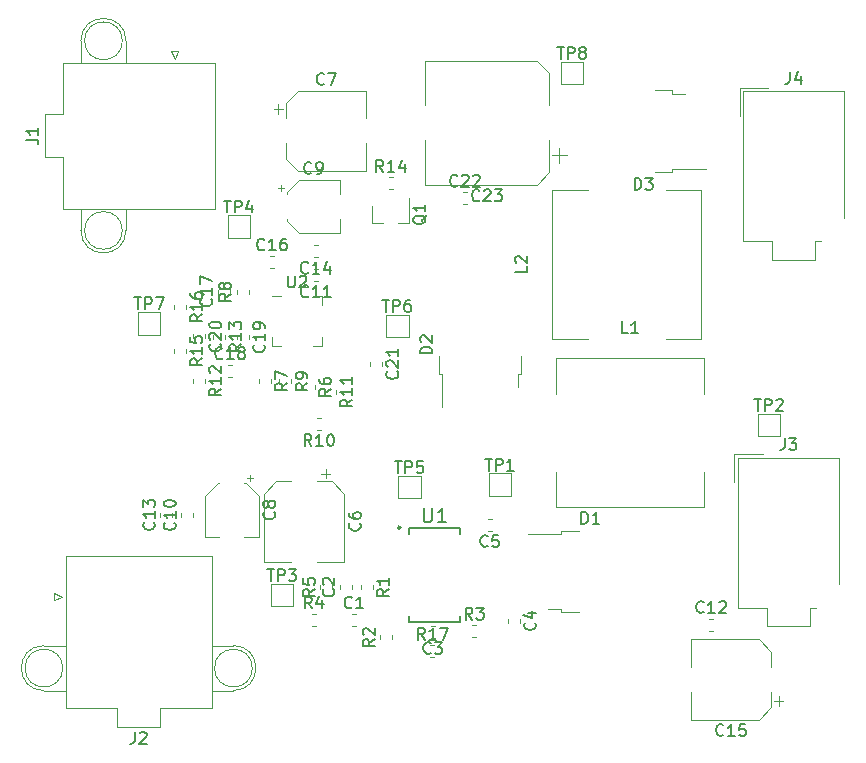
<source format=gto>
G04 #@! TF.GenerationSoftware,KiCad,Pcbnew,5.1.4-e60b266~84~ubuntu16.04.1*
G04 #@! TF.CreationDate,2019-09-26T20:17:56+05:30*
G04 #@! TF.ProjectId,sick_kinect_powerBoard,7369636b-5f6b-4696-9e65-63745f706f77,rev?*
G04 #@! TF.SameCoordinates,Original*
G04 #@! TF.FileFunction,Legend,Top*
G04 #@! TF.FilePolarity,Positive*
%FSLAX46Y46*%
G04 Gerber Fmt 4.6, Leading zero omitted, Abs format (unit mm)*
G04 Created by KiCad (PCBNEW 5.1.4-e60b266~84~ubuntu16.04.1) date 2019-09-26 20:17:56*
%MOMM*%
%LPD*%
G04 APERTURE LIST*
%ADD10C,0.120000*%
%ADD11C,0.250000*%
%ADD12C,0.150000*%
G04 APERTURE END LIST*
D10*
X172075000Y-63455000D02*
X167790000Y-63455000D01*
X167790000Y-63455000D02*
X167790000Y-76155000D01*
X167790000Y-76155000D02*
X170265000Y-76155000D01*
X170265000Y-76155000D02*
X170265000Y-77705000D01*
X170265000Y-77705000D02*
X172075000Y-77705000D01*
X172075000Y-63455000D02*
X176360000Y-63455000D01*
X176360000Y-63455000D02*
X176360000Y-74185000D01*
X174395000Y-76155000D02*
X173885000Y-76155000D01*
X173885000Y-76155000D02*
X173885000Y-77705000D01*
X173885000Y-77705000D02*
X172075000Y-77705000D01*
X167490000Y-65565000D02*
X167490000Y-63155000D01*
X167490000Y-63155000D02*
X169900000Y-63155000D01*
D11*
X138750000Y-100400000D02*
G75*
G03X138750000Y-100400000I-100000J0D01*
G01*
D12*
X139450000Y-100400000D02*
X143850000Y-100400000D01*
X143850000Y-100400000D02*
X143850000Y-100900000D01*
X139450000Y-108400000D02*
X143850000Y-108400000D01*
X139450000Y-100900000D02*
X139450000Y-100400000D01*
X143850000Y-107900000D02*
X143850000Y-108400000D01*
X139450000Y-108400000D02*
X139450000Y-107900000D01*
D10*
X131990000Y-105596267D02*
X131990000Y-105253733D01*
X133010000Y-105596267D02*
X133010000Y-105253733D01*
X152350000Y-60950000D02*
X154250000Y-60950000D01*
X154250000Y-60950000D02*
X154250000Y-62850000D01*
X154250000Y-62850000D02*
X152350000Y-62850000D01*
X152350000Y-62850000D02*
X152350000Y-60950000D01*
X134653733Y-107690000D02*
X134996267Y-107690000D01*
X134653733Y-108710000D02*
X134996267Y-108710000D01*
X133640000Y-105596267D02*
X133640000Y-105253733D01*
X134660000Y-105596267D02*
X134660000Y-105253733D01*
X141671267Y-109710000D02*
X141328733Y-109710000D01*
X141671267Y-108690000D02*
X141328733Y-108690000D01*
X148860000Y-108103733D02*
X148860000Y-108446267D01*
X147840000Y-108103733D02*
X147840000Y-108446267D01*
X146496267Y-99640000D02*
X146153733Y-99640000D01*
X146496267Y-100660000D02*
X146153733Y-100660000D01*
X132841250Y-95806250D02*
X132053750Y-95806250D01*
X132447500Y-95412500D02*
X132447500Y-96200000D01*
X128254437Y-96440000D02*
X127190000Y-97504437D01*
X132945563Y-96440000D02*
X134010000Y-97504437D01*
X132945563Y-96440000D02*
X131660000Y-96440000D01*
X128254437Y-96440000D02*
X129540000Y-96440000D01*
X127190000Y-97504437D02*
X127190000Y-103260000D01*
X134010000Y-97504437D02*
X134010000Y-103260000D01*
X134010000Y-103260000D02*
X131660000Y-103260000D01*
X127190000Y-103260000D02*
X129540000Y-103260000D01*
X135885000Y-70210000D02*
X135885000Y-67860000D01*
X135885000Y-63390000D02*
X135885000Y-65740000D01*
X130129437Y-63390000D02*
X135885000Y-63390000D01*
X130129437Y-70210000D02*
X135885000Y-70210000D01*
X129065000Y-69145563D02*
X129065000Y-67860000D01*
X129065000Y-64454437D02*
X129065000Y-65740000D01*
X129065000Y-64454437D02*
X130129437Y-63390000D01*
X129065000Y-69145563D02*
X130129437Y-70210000D01*
X128037500Y-64952500D02*
X128825000Y-64952500D01*
X128431250Y-64558750D02*
X128431250Y-65346250D01*
X126310000Y-96150000D02*
X125810000Y-96150000D01*
X126060000Y-95900000D02*
X126060000Y-96400000D01*
X123304437Y-96640000D02*
X122240000Y-97704437D01*
X125695563Y-96640000D02*
X126760000Y-97704437D01*
X125695563Y-96640000D02*
X125560000Y-96640000D01*
X123304437Y-96640000D02*
X123440000Y-96640000D01*
X122240000Y-97704437D02*
X122240000Y-101160000D01*
X126760000Y-97704437D02*
X126760000Y-101160000D01*
X126760000Y-101160000D02*
X125560000Y-101160000D01*
X122240000Y-101160000D02*
X123440000Y-101160000D01*
X133660000Y-75460000D02*
X133660000Y-74260000D01*
X133660000Y-70940000D02*
X133660000Y-72140000D01*
X130204437Y-70940000D02*
X133660000Y-70940000D01*
X130204437Y-75460000D02*
X133660000Y-75460000D01*
X129140000Y-74395563D02*
X129140000Y-74260000D01*
X129140000Y-72004437D02*
X129140000Y-72140000D01*
X129140000Y-72004437D02*
X130204437Y-70940000D01*
X129140000Y-74395563D02*
X130204437Y-75460000D01*
X128400000Y-71640000D02*
X128900000Y-71640000D01*
X128650000Y-71390000D02*
X128650000Y-71890000D01*
X120190000Y-99496267D02*
X120190000Y-99153733D01*
X121210000Y-99496267D02*
X121210000Y-99153733D01*
X131771267Y-78490000D02*
X131428733Y-78490000D01*
X131771267Y-79510000D02*
X131428733Y-79510000D01*
X164903733Y-108090000D02*
X165246267Y-108090000D01*
X164903733Y-109110000D02*
X165246267Y-109110000D01*
X119460000Y-99471267D02*
X119460000Y-99128733D01*
X118440000Y-99471267D02*
X118440000Y-99128733D01*
X131771267Y-76490000D02*
X131428733Y-76490000D01*
X131771267Y-77510000D02*
X131428733Y-77510000D01*
X163340000Y-109815000D02*
X163340000Y-112165000D01*
X163340000Y-116635000D02*
X163340000Y-114285000D01*
X169095563Y-116635000D02*
X163340000Y-116635000D01*
X169095563Y-109815000D02*
X163340000Y-109815000D01*
X170160000Y-110879437D02*
X170160000Y-112165000D01*
X170160000Y-115570563D02*
X170160000Y-114285000D01*
X170160000Y-115570563D02*
X169095563Y-116635000D01*
X170160000Y-110879437D02*
X169095563Y-109815000D01*
X171187500Y-115072500D02*
X170400000Y-115072500D01*
X170793750Y-115466250D02*
X170793750Y-114678750D01*
X127728733Y-78410000D02*
X128071267Y-78410000D01*
X127728733Y-77390000D02*
X128071267Y-77390000D01*
X123290000Y-80571267D02*
X123290000Y-80228733D01*
X124310000Y-80571267D02*
X124310000Y-80228733D01*
X124153733Y-87610000D02*
X124496267Y-87610000D01*
X124153733Y-86590000D02*
X124496267Y-86590000D01*
X124890000Y-84103733D02*
X124890000Y-84446267D01*
X125910000Y-84103733D02*
X125910000Y-84446267D01*
X122210000Y-84028733D02*
X122210000Y-84371267D01*
X121190000Y-84028733D02*
X121190000Y-84371267D01*
X136190000Y-86353733D02*
X136190000Y-86696267D01*
X137210000Y-86353733D02*
X137210000Y-86696267D01*
X144053733Y-71990000D02*
X144396267Y-71990000D01*
X144053733Y-73010000D02*
X144396267Y-73010000D01*
X140840000Y-60840000D02*
X140840000Y-64590000D01*
X140840000Y-71360000D02*
X140840000Y-67610000D01*
X150295563Y-71360000D02*
X140840000Y-71360000D01*
X150295563Y-60840000D02*
X140840000Y-60840000D01*
X151360000Y-61904437D02*
X151360000Y-64590000D01*
X151360000Y-70295563D02*
X151360000Y-67610000D01*
X151360000Y-70295563D02*
X150295563Y-71360000D01*
X151360000Y-61904437D02*
X150295563Y-60840000D01*
X152850000Y-68860000D02*
X151600000Y-68860000D01*
X152225000Y-69485000D02*
X152225000Y-68235000D01*
X164500000Y-86050000D02*
X164500000Y-89050000D01*
X151900000Y-86050000D02*
X164500000Y-86050000D01*
X151900000Y-89050000D02*
X151900000Y-86050000D01*
X151900000Y-98650000D02*
X151900000Y-95650000D01*
X164500000Y-98650000D02*
X151900000Y-98650000D01*
X164500000Y-95650000D02*
X164500000Y-98650000D01*
X161222000Y-71778000D02*
X164222000Y-71778000D01*
X164222000Y-71778000D02*
X164222000Y-84378000D01*
X164222000Y-84378000D02*
X161222000Y-84378000D01*
X154622000Y-84378000D02*
X151622000Y-84378000D01*
X151622000Y-84378000D02*
X151622000Y-71778000D01*
X151622000Y-71778000D02*
X154622000Y-71778000D01*
X136320000Y-74610000D02*
X137250000Y-74610000D01*
X139480000Y-74610000D02*
X138550000Y-74610000D01*
X139480000Y-74610000D02*
X139480000Y-72450000D01*
X136320000Y-74610000D02*
X136320000Y-73150000D01*
X135390000Y-105253733D02*
X135390000Y-105596267D01*
X136410000Y-105253733D02*
X136410000Y-105596267D01*
X137040000Y-109846267D02*
X137040000Y-109503733D01*
X138060000Y-109846267D02*
X138060000Y-109503733D01*
X144853733Y-109660000D02*
X145196267Y-109660000D01*
X144853733Y-108640000D02*
X145196267Y-108640000D01*
X131253733Y-107690000D02*
X131596267Y-107690000D01*
X131253733Y-108710000D02*
X131596267Y-108710000D01*
X130490000Y-88303733D02*
X130490000Y-88646267D01*
X131510000Y-88303733D02*
X131510000Y-88646267D01*
X126790000Y-87803733D02*
X126790000Y-88146267D01*
X127810000Y-87803733D02*
X127810000Y-88146267D01*
X124890000Y-80596267D02*
X124890000Y-80253733D01*
X125910000Y-80596267D02*
X125910000Y-80253733D01*
X128490000Y-87828733D02*
X128490000Y-88171267D01*
X129510000Y-87828733D02*
X129510000Y-88171267D01*
X132046267Y-92110000D02*
X131703733Y-92110000D01*
X132046267Y-91090000D02*
X131703733Y-91090000D01*
X132290000Y-88728733D02*
X132290000Y-89071267D01*
X133310000Y-88728733D02*
X133310000Y-89071267D01*
X121190000Y-87803733D02*
X121190000Y-88146267D01*
X122210000Y-87803733D02*
X122210000Y-88146267D01*
X123910000Y-84053733D02*
X123910000Y-84396267D01*
X122890000Y-84053733D02*
X122890000Y-84396267D01*
X137778733Y-71760000D02*
X138121267Y-71760000D01*
X137778733Y-70740000D02*
X138121267Y-70740000D01*
X120610000Y-85253733D02*
X120610000Y-85596267D01*
X119590000Y-85253733D02*
X119590000Y-85596267D01*
X120610000Y-81528733D02*
X120610000Y-81871267D01*
X119590000Y-81528733D02*
X119590000Y-81871267D01*
X146250000Y-95800000D02*
X148150000Y-95800000D01*
X148150000Y-95800000D02*
X148150000Y-97700000D01*
X148150000Y-97700000D02*
X146250000Y-97700000D01*
X146250000Y-97700000D02*
X146250000Y-95800000D01*
X169025000Y-92650000D02*
X169025000Y-90750000D01*
X170925000Y-92650000D02*
X169025000Y-92650000D01*
X170925000Y-90750000D02*
X170925000Y-92650000D01*
X169025000Y-90750000D02*
X170925000Y-90750000D01*
X127800000Y-105150000D02*
X129700000Y-105150000D01*
X129700000Y-105150000D02*
X129700000Y-107050000D01*
X129700000Y-107050000D02*
X127800000Y-107050000D01*
X127800000Y-107050000D02*
X127800000Y-105150000D01*
X124150000Y-73950000D02*
X126050000Y-73950000D01*
X126050000Y-73950000D02*
X126050000Y-75850000D01*
X126050000Y-75850000D02*
X124150000Y-75850000D01*
X124150000Y-75850000D02*
X124150000Y-73950000D01*
X138600000Y-97900000D02*
X138600000Y-96000000D01*
X140500000Y-97900000D02*
X138600000Y-97900000D01*
X140500000Y-96000000D02*
X140500000Y-97900000D01*
X138600000Y-96000000D02*
X140500000Y-96000000D01*
X137550000Y-84250000D02*
X137550000Y-82350000D01*
X139450000Y-84250000D02*
X137550000Y-84250000D01*
X139450000Y-82350000D02*
X139450000Y-84250000D01*
X137550000Y-82350000D02*
X139450000Y-82350000D01*
X116550000Y-84050000D02*
X116550000Y-82150000D01*
X118450000Y-84050000D02*
X116550000Y-84050000D01*
X118450000Y-82150000D02*
X118450000Y-84050000D01*
X116550000Y-82150000D02*
X118450000Y-82150000D01*
X131385000Y-80790000D02*
X132110000Y-80790000D01*
X132110000Y-80790000D02*
X132110000Y-81515000D01*
X128615000Y-85010000D02*
X127890000Y-85010000D01*
X127890000Y-85010000D02*
X127890000Y-84285000D01*
X131385000Y-85010000D02*
X132110000Y-85010000D01*
X132110000Y-85010000D02*
X132110000Y-84285000D01*
X128615000Y-80790000D02*
X127890000Y-80790000D01*
X141303733Y-110340000D02*
X141646267Y-110340000D01*
X141303733Y-111360000D02*
X141646267Y-111360000D01*
X153855000Y-100650000D02*
X152355000Y-100650000D01*
X152355000Y-100650000D02*
X152355000Y-100920000D01*
X152355000Y-100920000D02*
X149525000Y-100920000D01*
X153855000Y-107550000D02*
X152355000Y-107550000D01*
X152355000Y-107550000D02*
X152355000Y-107280000D01*
X152355000Y-107280000D02*
X151255000Y-107280000D01*
X142050000Y-85870000D02*
X142050000Y-87370000D01*
X142050000Y-87370000D02*
X142320000Y-87370000D01*
X142320000Y-87370000D02*
X142320000Y-90200000D01*
X148950000Y-85870000D02*
X148950000Y-87370000D01*
X148950000Y-87370000D02*
X148680000Y-87370000D01*
X148680000Y-87370000D02*
X148680000Y-88470000D01*
X161795000Y-63645000D02*
X162895000Y-63645000D01*
X161795000Y-63375000D02*
X161795000Y-63645000D01*
X160295000Y-63375000D02*
X161795000Y-63375000D01*
X161795000Y-70005000D02*
X164625000Y-70005000D01*
X161795000Y-70275000D02*
X161795000Y-70005000D01*
X160295000Y-70275000D02*
X161795000Y-70275000D01*
X119950000Y-60075000D02*
X119650000Y-60675000D01*
X119350000Y-60075000D02*
X119950000Y-60075000D01*
X119650000Y-60675000D02*
X119350000Y-60075000D01*
X111713750Y-75225000D02*
X111713750Y-73375000D01*
X115526250Y-75225000D02*
X115526250Y-73375000D01*
X111713750Y-59175000D02*
X111713750Y-61025000D01*
X115526250Y-59175000D02*
X115526250Y-61025000D01*
X108660000Y-69050000D02*
X108660000Y-67200000D01*
X110210000Y-69050000D02*
X108660000Y-69050000D01*
X110210000Y-73375000D02*
X110210000Y-69050000D01*
X123090000Y-73375000D02*
X110210000Y-73375000D01*
X123090000Y-67200000D02*
X123090000Y-73375000D01*
X108660000Y-65350000D02*
X108660000Y-67200000D01*
X110210000Y-65350000D02*
X108660000Y-65350000D01*
X110210000Y-61025000D02*
X110210000Y-65350000D01*
X123090000Y-61025000D02*
X110210000Y-61025000D01*
X123090000Y-67200000D02*
X123090000Y-61025000D01*
X115220000Y-75225000D02*
G75*
G03X115220000Y-75225000I-1600000J0D01*
G01*
X115220000Y-59175000D02*
G75*
G03X115220000Y-59175000I-1600000J0D01*
G01*
X111713750Y-75225000D02*
G75*
G03X115526250Y-75225000I1906250J0D01*
G01*
X115526250Y-59175000D02*
G75*
G03X111713750Y-59175000I-1906250J0D01*
G01*
X108575000Y-110373750D02*
G75*
G03X108575000Y-114186250I0J-1906250D01*
G01*
X124625000Y-114186250D02*
G75*
G03X124625000Y-110373750I0J1906250D01*
G01*
X110175000Y-112280000D02*
G75*
G03X110175000Y-112280000I-1600000J0D01*
G01*
X126225000Y-112280000D02*
G75*
G03X126225000Y-112280000I-1600000J0D01*
G01*
X116600000Y-102810000D02*
X110425000Y-102810000D01*
X110425000Y-102810000D02*
X110425000Y-115690000D01*
X110425000Y-115690000D02*
X114750000Y-115690000D01*
X114750000Y-115690000D02*
X114750000Y-117240000D01*
X114750000Y-117240000D02*
X116600000Y-117240000D01*
X116600000Y-102810000D02*
X122775000Y-102810000D01*
X122775000Y-102810000D02*
X122775000Y-115690000D01*
X122775000Y-115690000D02*
X118450000Y-115690000D01*
X118450000Y-115690000D02*
X118450000Y-117240000D01*
X118450000Y-117240000D02*
X116600000Y-117240000D01*
X108575000Y-110373750D02*
X110425000Y-110373750D01*
X108575000Y-114186250D02*
X110425000Y-114186250D01*
X124625000Y-110373750D02*
X122775000Y-110373750D01*
X124625000Y-114186250D02*
X122775000Y-114186250D01*
X110075000Y-106250000D02*
X109475000Y-106550000D01*
X109475000Y-106550000D02*
X109475000Y-105950000D01*
X109475000Y-105950000D02*
X110075000Y-106250000D01*
X167040000Y-94155000D02*
X169450000Y-94155000D01*
X167040000Y-96565000D02*
X167040000Y-94155000D01*
X173435000Y-108705000D02*
X171625000Y-108705000D01*
X173435000Y-107155000D02*
X173435000Y-108705000D01*
X173945000Y-107155000D02*
X173435000Y-107155000D01*
X175910000Y-94455000D02*
X175910000Y-105185000D01*
X171625000Y-94455000D02*
X175910000Y-94455000D01*
X169815000Y-108705000D02*
X171625000Y-108705000D01*
X169815000Y-107155000D02*
X169815000Y-108705000D01*
X167340000Y-107155000D02*
X169815000Y-107155000D01*
X167340000Y-94455000D02*
X167340000Y-107155000D01*
X171625000Y-94455000D02*
X167340000Y-94455000D01*
D12*
X171741666Y-61817380D02*
X171741666Y-62531666D01*
X171694047Y-62674523D01*
X171598809Y-62769761D01*
X171455952Y-62817380D01*
X171360714Y-62817380D01*
X172646428Y-62150714D02*
X172646428Y-62817380D01*
X172408333Y-61769761D02*
X172170238Y-62484047D01*
X172789285Y-62484047D01*
X140735714Y-98742857D02*
X140735714Y-99714285D01*
X140792857Y-99828571D01*
X140850000Y-99885714D01*
X140964285Y-99942857D01*
X141192857Y-99942857D01*
X141307142Y-99885714D01*
X141364285Y-99828571D01*
X141421428Y-99714285D01*
X141421428Y-98742857D01*
X142621428Y-99942857D02*
X141935714Y-99942857D01*
X142278571Y-99942857D02*
X142278571Y-98742857D01*
X142164285Y-98914285D01*
X142050000Y-99028571D01*
X141935714Y-99085714D01*
X131522380Y-105591666D02*
X131046190Y-105925000D01*
X131522380Y-106163095D02*
X130522380Y-106163095D01*
X130522380Y-105782142D01*
X130570000Y-105686904D01*
X130617619Y-105639285D01*
X130712857Y-105591666D01*
X130855714Y-105591666D01*
X130950952Y-105639285D01*
X130998571Y-105686904D01*
X131046190Y-105782142D01*
X131046190Y-106163095D01*
X130522380Y-104686904D02*
X130522380Y-105163095D01*
X130998571Y-105210714D01*
X130950952Y-105163095D01*
X130903333Y-105067857D01*
X130903333Y-104829761D01*
X130950952Y-104734523D01*
X130998571Y-104686904D01*
X131093809Y-104639285D01*
X131331904Y-104639285D01*
X131427142Y-104686904D01*
X131474761Y-104734523D01*
X131522380Y-104829761D01*
X131522380Y-105067857D01*
X131474761Y-105163095D01*
X131427142Y-105210714D01*
X152038095Y-59704380D02*
X152609523Y-59704380D01*
X152323809Y-60704380D02*
X152323809Y-59704380D01*
X152942857Y-60704380D02*
X152942857Y-59704380D01*
X153323809Y-59704380D01*
X153419047Y-59752000D01*
X153466666Y-59799619D01*
X153514285Y-59894857D01*
X153514285Y-60037714D01*
X153466666Y-60132952D01*
X153419047Y-60180571D01*
X153323809Y-60228190D01*
X152942857Y-60228190D01*
X154085714Y-60132952D02*
X153990476Y-60085333D01*
X153942857Y-60037714D01*
X153895238Y-59942476D01*
X153895238Y-59894857D01*
X153942857Y-59799619D01*
X153990476Y-59752000D01*
X154085714Y-59704380D01*
X154276190Y-59704380D01*
X154371428Y-59752000D01*
X154419047Y-59799619D01*
X154466666Y-59894857D01*
X154466666Y-59942476D01*
X154419047Y-60037714D01*
X154371428Y-60085333D01*
X154276190Y-60132952D01*
X154085714Y-60132952D01*
X153990476Y-60180571D01*
X153942857Y-60228190D01*
X153895238Y-60323428D01*
X153895238Y-60513904D01*
X153942857Y-60609142D01*
X153990476Y-60656761D01*
X154085714Y-60704380D01*
X154276190Y-60704380D01*
X154371428Y-60656761D01*
X154419047Y-60609142D01*
X154466666Y-60513904D01*
X154466666Y-60323428D01*
X154419047Y-60228190D01*
X154371428Y-60180571D01*
X154276190Y-60132952D01*
X134658333Y-107127142D02*
X134610714Y-107174761D01*
X134467857Y-107222380D01*
X134372619Y-107222380D01*
X134229761Y-107174761D01*
X134134523Y-107079523D01*
X134086904Y-106984285D01*
X134039285Y-106793809D01*
X134039285Y-106650952D01*
X134086904Y-106460476D01*
X134134523Y-106365238D01*
X134229761Y-106270000D01*
X134372619Y-106222380D01*
X134467857Y-106222380D01*
X134610714Y-106270000D01*
X134658333Y-106317619D01*
X135610714Y-107222380D02*
X135039285Y-107222380D01*
X135325000Y-107222380D02*
X135325000Y-106222380D01*
X135229761Y-106365238D01*
X135134523Y-106460476D01*
X135039285Y-106508095D01*
X133077142Y-105591666D02*
X133124761Y-105639285D01*
X133172380Y-105782142D01*
X133172380Y-105877380D01*
X133124761Y-106020238D01*
X133029523Y-106115476D01*
X132934285Y-106163095D01*
X132743809Y-106210714D01*
X132600952Y-106210714D01*
X132410476Y-106163095D01*
X132315238Y-106115476D01*
X132220000Y-106020238D01*
X132172380Y-105877380D01*
X132172380Y-105782142D01*
X132220000Y-105639285D01*
X132267619Y-105591666D01*
X132267619Y-105210714D02*
X132220000Y-105163095D01*
X132172380Y-105067857D01*
X132172380Y-104829761D01*
X132220000Y-104734523D01*
X132267619Y-104686904D01*
X132362857Y-104639285D01*
X132458095Y-104639285D01*
X132600952Y-104686904D01*
X133172380Y-105258333D01*
X133172380Y-104639285D01*
X141333333Y-110987142D02*
X141285714Y-111034761D01*
X141142857Y-111082380D01*
X141047619Y-111082380D01*
X140904761Y-111034761D01*
X140809523Y-110939523D01*
X140761904Y-110844285D01*
X140714285Y-110653809D01*
X140714285Y-110510952D01*
X140761904Y-110320476D01*
X140809523Y-110225238D01*
X140904761Y-110130000D01*
X141047619Y-110082380D01*
X141142857Y-110082380D01*
X141285714Y-110130000D01*
X141333333Y-110177619D01*
X141666666Y-110082380D02*
X142285714Y-110082380D01*
X141952380Y-110463333D01*
X142095238Y-110463333D01*
X142190476Y-110510952D01*
X142238095Y-110558571D01*
X142285714Y-110653809D01*
X142285714Y-110891904D01*
X142238095Y-110987142D01*
X142190476Y-111034761D01*
X142095238Y-111082380D01*
X141809523Y-111082380D01*
X141714285Y-111034761D01*
X141666666Y-110987142D01*
X150137142Y-108441666D02*
X150184761Y-108489285D01*
X150232380Y-108632142D01*
X150232380Y-108727380D01*
X150184761Y-108870238D01*
X150089523Y-108965476D01*
X149994285Y-109013095D01*
X149803809Y-109060714D01*
X149660952Y-109060714D01*
X149470476Y-109013095D01*
X149375238Y-108965476D01*
X149280000Y-108870238D01*
X149232380Y-108727380D01*
X149232380Y-108632142D01*
X149280000Y-108489285D01*
X149327619Y-108441666D01*
X149565714Y-107584523D02*
X150232380Y-107584523D01*
X149184761Y-107822619D02*
X149899047Y-108060714D01*
X149899047Y-107441666D01*
X146158333Y-101937142D02*
X146110714Y-101984761D01*
X145967857Y-102032380D01*
X145872619Y-102032380D01*
X145729761Y-101984761D01*
X145634523Y-101889523D01*
X145586904Y-101794285D01*
X145539285Y-101603809D01*
X145539285Y-101460952D01*
X145586904Y-101270476D01*
X145634523Y-101175238D01*
X145729761Y-101080000D01*
X145872619Y-101032380D01*
X145967857Y-101032380D01*
X146110714Y-101080000D01*
X146158333Y-101127619D01*
X147063095Y-101032380D02*
X146586904Y-101032380D01*
X146539285Y-101508571D01*
X146586904Y-101460952D01*
X146682142Y-101413333D01*
X146920238Y-101413333D01*
X147015476Y-101460952D01*
X147063095Y-101508571D01*
X147110714Y-101603809D01*
X147110714Y-101841904D01*
X147063095Y-101937142D01*
X147015476Y-101984761D01*
X146920238Y-102032380D01*
X146682142Y-102032380D01*
X146586904Y-101984761D01*
X146539285Y-101937142D01*
X135307142Y-100016666D02*
X135354761Y-100064285D01*
X135402380Y-100207142D01*
X135402380Y-100302380D01*
X135354761Y-100445238D01*
X135259523Y-100540476D01*
X135164285Y-100588095D01*
X134973809Y-100635714D01*
X134830952Y-100635714D01*
X134640476Y-100588095D01*
X134545238Y-100540476D01*
X134450000Y-100445238D01*
X134402380Y-100302380D01*
X134402380Y-100207142D01*
X134450000Y-100064285D01*
X134497619Y-100016666D01*
X134402380Y-99159523D02*
X134402380Y-99350000D01*
X134450000Y-99445238D01*
X134497619Y-99492857D01*
X134640476Y-99588095D01*
X134830952Y-99635714D01*
X135211904Y-99635714D01*
X135307142Y-99588095D01*
X135354761Y-99540476D01*
X135402380Y-99445238D01*
X135402380Y-99254761D01*
X135354761Y-99159523D01*
X135307142Y-99111904D01*
X135211904Y-99064285D01*
X134973809Y-99064285D01*
X134878571Y-99111904D01*
X134830952Y-99159523D01*
X134783333Y-99254761D01*
X134783333Y-99445238D01*
X134830952Y-99540476D01*
X134878571Y-99588095D01*
X134973809Y-99635714D01*
X132308333Y-62807142D02*
X132260714Y-62854761D01*
X132117857Y-62902380D01*
X132022619Y-62902380D01*
X131879761Y-62854761D01*
X131784523Y-62759523D01*
X131736904Y-62664285D01*
X131689285Y-62473809D01*
X131689285Y-62330952D01*
X131736904Y-62140476D01*
X131784523Y-62045238D01*
X131879761Y-61950000D01*
X132022619Y-61902380D01*
X132117857Y-61902380D01*
X132260714Y-61950000D01*
X132308333Y-61997619D01*
X132641666Y-61902380D02*
X133308333Y-61902380D01*
X132879761Y-62902380D01*
X128057142Y-99066666D02*
X128104761Y-99114285D01*
X128152380Y-99257142D01*
X128152380Y-99352380D01*
X128104761Y-99495238D01*
X128009523Y-99590476D01*
X127914285Y-99638095D01*
X127723809Y-99685714D01*
X127580952Y-99685714D01*
X127390476Y-99638095D01*
X127295238Y-99590476D01*
X127200000Y-99495238D01*
X127152380Y-99352380D01*
X127152380Y-99257142D01*
X127200000Y-99114285D01*
X127247619Y-99066666D01*
X127580952Y-98495238D02*
X127533333Y-98590476D01*
X127485714Y-98638095D01*
X127390476Y-98685714D01*
X127342857Y-98685714D01*
X127247619Y-98638095D01*
X127200000Y-98590476D01*
X127152380Y-98495238D01*
X127152380Y-98304761D01*
X127200000Y-98209523D01*
X127247619Y-98161904D01*
X127342857Y-98114285D01*
X127390476Y-98114285D01*
X127485714Y-98161904D01*
X127533333Y-98209523D01*
X127580952Y-98304761D01*
X127580952Y-98495238D01*
X127628571Y-98590476D01*
X127676190Y-98638095D01*
X127771428Y-98685714D01*
X127961904Y-98685714D01*
X128057142Y-98638095D01*
X128104761Y-98590476D01*
X128152380Y-98495238D01*
X128152380Y-98304761D01*
X128104761Y-98209523D01*
X128057142Y-98161904D01*
X127961904Y-98114285D01*
X127771428Y-98114285D01*
X127676190Y-98161904D01*
X127628571Y-98209523D01*
X127580952Y-98304761D01*
X131233333Y-70357142D02*
X131185714Y-70404761D01*
X131042857Y-70452380D01*
X130947619Y-70452380D01*
X130804761Y-70404761D01*
X130709523Y-70309523D01*
X130661904Y-70214285D01*
X130614285Y-70023809D01*
X130614285Y-69880952D01*
X130661904Y-69690476D01*
X130709523Y-69595238D01*
X130804761Y-69500000D01*
X130947619Y-69452380D01*
X131042857Y-69452380D01*
X131185714Y-69500000D01*
X131233333Y-69547619D01*
X131709523Y-70452380D02*
X131900000Y-70452380D01*
X131995238Y-70404761D01*
X132042857Y-70357142D01*
X132138095Y-70214285D01*
X132185714Y-70023809D01*
X132185714Y-69642857D01*
X132138095Y-69547619D01*
X132090476Y-69500000D01*
X131995238Y-69452380D01*
X131804761Y-69452380D01*
X131709523Y-69500000D01*
X131661904Y-69547619D01*
X131614285Y-69642857D01*
X131614285Y-69880952D01*
X131661904Y-69976190D01*
X131709523Y-70023809D01*
X131804761Y-70071428D01*
X131995238Y-70071428D01*
X132090476Y-70023809D01*
X132138095Y-69976190D01*
X132185714Y-69880952D01*
X119627142Y-99967857D02*
X119674761Y-100015476D01*
X119722380Y-100158333D01*
X119722380Y-100253571D01*
X119674761Y-100396428D01*
X119579523Y-100491666D01*
X119484285Y-100539285D01*
X119293809Y-100586904D01*
X119150952Y-100586904D01*
X118960476Y-100539285D01*
X118865238Y-100491666D01*
X118770000Y-100396428D01*
X118722380Y-100253571D01*
X118722380Y-100158333D01*
X118770000Y-100015476D01*
X118817619Y-99967857D01*
X119722380Y-99015476D02*
X119722380Y-99586904D01*
X119722380Y-99301190D02*
X118722380Y-99301190D01*
X118865238Y-99396428D01*
X118960476Y-99491666D01*
X119008095Y-99586904D01*
X118722380Y-98396428D02*
X118722380Y-98301190D01*
X118770000Y-98205952D01*
X118817619Y-98158333D01*
X118912857Y-98110714D01*
X119103333Y-98063095D01*
X119341428Y-98063095D01*
X119531904Y-98110714D01*
X119627142Y-98158333D01*
X119674761Y-98205952D01*
X119722380Y-98301190D01*
X119722380Y-98396428D01*
X119674761Y-98491666D01*
X119627142Y-98539285D01*
X119531904Y-98586904D01*
X119341428Y-98634523D01*
X119103333Y-98634523D01*
X118912857Y-98586904D01*
X118817619Y-98539285D01*
X118770000Y-98491666D01*
X118722380Y-98396428D01*
X130957142Y-80787142D02*
X130909523Y-80834761D01*
X130766666Y-80882380D01*
X130671428Y-80882380D01*
X130528571Y-80834761D01*
X130433333Y-80739523D01*
X130385714Y-80644285D01*
X130338095Y-80453809D01*
X130338095Y-80310952D01*
X130385714Y-80120476D01*
X130433333Y-80025238D01*
X130528571Y-79930000D01*
X130671428Y-79882380D01*
X130766666Y-79882380D01*
X130909523Y-79930000D01*
X130957142Y-79977619D01*
X131909523Y-80882380D02*
X131338095Y-80882380D01*
X131623809Y-80882380D02*
X131623809Y-79882380D01*
X131528571Y-80025238D01*
X131433333Y-80120476D01*
X131338095Y-80168095D01*
X132861904Y-80882380D02*
X132290476Y-80882380D01*
X132576190Y-80882380D02*
X132576190Y-79882380D01*
X132480952Y-80025238D01*
X132385714Y-80120476D01*
X132290476Y-80168095D01*
X164432142Y-107527142D02*
X164384523Y-107574761D01*
X164241666Y-107622380D01*
X164146428Y-107622380D01*
X164003571Y-107574761D01*
X163908333Y-107479523D01*
X163860714Y-107384285D01*
X163813095Y-107193809D01*
X163813095Y-107050952D01*
X163860714Y-106860476D01*
X163908333Y-106765238D01*
X164003571Y-106670000D01*
X164146428Y-106622380D01*
X164241666Y-106622380D01*
X164384523Y-106670000D01*
X164432142Y-106717619D01*
X165384523Y-107622380D02*
X164813095Y-107622380D01*
X165098809Y-107622380D02*
X165098809Y-106622380D01*
X165003571Y-106765238D01*
X164908333Y-106860476D01*
X164813095Y-106908095D01*
X165765476Y-106717619D02*
X165813095Y-106670000D01*
X165908333Y-106622380D01*
X166146428Y-106622380D01*
X166241666Y-106670000D01*
X166289285Y-106717619D01*
X166336904Y-106812857D01*
X166336904Y-106908095D01*
X166289285Y-107050952D01*
X165717857Y-107622380D01*
X166336904Y-107622380D01*
X117877142Y-99942857D02*
X117924761Y-99990476D01*
X117972380Y-100133333D01*
X117972380Y-100228571D01*
X117924761Y-100371428D01*
X117829523Y-100466666D01*
X117734285Y-100514285D01*
X117543809Y-100561904D01*
X117400952Y-100561904D01*
X117210476Y-100514285D01*
X117115238Y-100466666D01*
X117020000Y-100371428D01*
X116972380Y-100228571D01*
X116972380Y-100133333D01*
X117020000Y-99990476D01*
X117067619Y-99942857D01*
X117972380Y-98990476D02*
X117972380Y-99561904D01*
X117972380Y-99276190D02*
X116972380Y-99276190D01*
X117115238Y-99371428D01*
X117210476Y-99466666D01*
X117258095Y-99561904D01*
X116972380Y-98657142D02*
X116972380Y-98038095D01*
X117353333Y-98371428D01*
X117353333Y-98228571D01*
X117400952Y-98133333D01*
X117448571Y-98085714D01*
X117543809Y-98038095D01*
X117781904Y-98038095D01*
X117877142Y-98085714D01*
X117924761Y-98133333D01*
X117972380Y-98228571D01*
X117972380Y-98514285D01*
X117924761Y-98609523D01*
X117877142Y-98657142D01*
X130957142Y-78787142D02*
X130909523Y-78834761D01*
X130766666Y-78882380D01*
X130671428Y-78882380D01*
X130528571Y-78834761D01*
X130433333Y-78739523D01*
X130385714Y-78644285D01*
X130338095Y-78453809D01*
X130338095Y-78310952D01*
X130385714Y-78120476D01*
X130433333Y-78025238D01*
X130528571Y-77930000D01*
X130671428Y-77882380D01*
X130766666Y-77882380D01*
X130909523Y-77930000D01*
X130957142Y-77977619D01*
X131909523Y-78882380D02*
X131338095Y-78882380D01*
X131623809Y-78882380D02*
X131623809Y-77882380D01*
X131528571Y-78025238D01*
X131433333Y-78120476D01*
X131338095Y-78168095D01*
X132766666Y-78215714D02*
X132766666Y-78882380D01*
X132528571Y-77834761D02*
X132290476Y-78549047D01*
X132909523Y-78549047D01*
X166107142Y-117932142D02*
X166059523Y-117979761D01*
X165916666Y-118027380D01*
X165821428Y-118027380D01*
X165678571Y-117979761D01*
X165583333Y-117884523D01*
X165535714Y-117789285D01*
X165488095Y-117598809D01*
X165488095Y-117455952D01*
X165535714Y-117265476D01*
X165583333Y-117170238D01*
X165678571Y-117075000D01*
X165821428Y-117027380D01*
X165916666Y-117027380D01*
X166059523Y-117075000D01*
X166107142Y-117122619D01*
X167059523Y-118027380D02*
X166488095Y-118027380D01*
X166773809Y-118027380D02*
X166773809Y-117027380D01*
X166678571Y-117170238D01*
X166583333Y-117265476D01*
X166488095Y-117313095D01*
X167964285Y-117027380D02*
X167488095Y-117027380D01*
X167440476Y-117503571D01*
X167488095Y-117455952D01*
X167583333Y-117408333D01*
X167821428Y-117408333D01*
X167916666Y-117455952D01*
X167964285Y-117503571D01*
X168011904Y-117598809D01*
X168011904Y-117836904D01*
X167964285Y-117932142D01*
X167916666Y-117979761D01*
X167821428Y-118027380D01*
X167583333Y-118027380D01*
X167488095Y-117979761D01*
X167440476Y-117932142D01*
X127257142Y-76827142D02*
X127209523Y-76874761D01*
X127066666Y-76922380D01*
X126971428Y-76922380D01*
X126828571Y-76874761D01*
X126733333Y-76779523D01*
X126685714Y-76684285D01*
X126638095Y-76493809D01*
X126638095Y-76350952D01*
X126685714Y-76160476D01*
X126733333Y-76065238D01*
X126828571Y-75970000D01*
X126971428Y-75922380D01*
X127066666Y-75922380D01*
X127209523Y-75970000D01*
X127257142Y-76017619D01*
X128209523Y-76922380D02*
X127638095Y-76922380D01*
X127923809Y-76922380D02*
X127923809Y-75922380D01*
X127828571Y-76065238D01*
X127733333Y-76160476D01*
X127638095Y-76208095D01*
X129066666Y-75922380D02*
X128876190Y-75922380D01*
X128780952Y-75970000D01*
X128733333Y-76017619D01*
X128638095Y-76160476D01*
X128590476Y-76350952D01*
X128590476Y-76731904D01*
X128638095Y-76827142D01*
X128685714Y-76874761D01*
X128780952Y-76922380D01*
X128971428Y-76922380D01*
X129066666Y-76874761D01*
X129114285Y-76827142D01*
X129161904Y-76731904D01*
X129161904Y-76493809D01*
X129114285Y-76398571D01*
X129066666Y-76350952D01*
X128971428Y-76303333D01*
X128780952Y-76303333D01*
X128685714Y-76350952D01*
X128638095Y-76398571D01*
X128590476Y-76493809D01*
X122727142Y-81042857D02*
X122774761Y-81090476D01*
X122822380Y-81233333D01*
X122822380Y-81328571D01*
X122774761Y-81471428D01*
X122679523Y-81566666D01*
X122584285Y-81614285D01*
X122393809Y-81661904D01*
X122250952Y-81661904D01*
X122060476Y-81614285D01*
X121965238Y-81566666D01*
X121870000Y-81471428D01*
X121822380Y-81328571D01*
X121822380Y-81233333D01*
X121870000Y-81090476D01*
X121917619Y-81042857D01*
X122822380Y-80090476D02*
X122822380Y-80661904D01*
X122822380Y-80376190D02*
X121822380Y-80376190D01*
X121965238Y-80471428D01*
X122060476Y-80566666D01*
X122108095Y-80661904D01*
X121822380Y-79757142D02*
X121822380Y-79090476D01*
X122822380Y-79519047D01*
X123682142Y-86027142D02*
X123634523Y-86074761D01*
X123491666Y-86122380D01*
X123396428Y-86122380D01*
X123253571Y-86074761D01*
X123158333Y-85979523D01*
X123110714Y-85884285D01*
X123063095Y-85693809D01*
X123063095Y-85550952D01*
X123110714Y-85360476D01*
X123158333Y-85265238D01*
X123253571Y-85170000D01*
X123396428Y-85122380D01*
X123491666Y-85122380D01*
X123634523Y-85170000D01*
X123682142Y-85217619D01*
X124634523Y-86122380D02*
X124063095Y-86122380D01*
X124348809Y-86122380D02*
X124348809Y-85122380D01*
X124253571Y-85265238D01*
X124158333Y-85360476D01*
X124063095Y-85408095D01*
X125205952Y-85550952D02*
X125110714Y-85503333D01*
X125063095Y-85455714D01*
X125015476Y-85360476D01*
X125015476Y-85312857D01*
X125063095Y-85217619D01*
X125110714Y-85170000D01*
X125205952Y-85122380D01*
X125396428Y-85122380D01*
X125491666Y-85170000D01*
X125539285Y-85217619D01*
X125586904Y-85312857D01*
X125586904Y-85360476D01*
X125539285Y-85455714D01*
X125491666Y-85503333D01*
X125396428Y-85550952D01*
X125205952Y-85550952D01*
X125110714Y-85598571D01*
X125063095Y-85646190D01*
X125015476Y-85741428D01*
X125015476Y-85931904D01*
X125063095Y-86027142D01*
X125110714Y-86074761D01*
X125205952Y-86122380D01*
X125396428Y-86122380D01*
X125491666Y-86074761D01*
X125539285Y-86027142D01*
X125586904Y-85931904D01*
X125586904Y-85741428D01*
X125539285Y-85646190D01*
X125491666Y-85598571D01*
X125396428Y-85550952D01*
X127187142Y-84917857D02*
X127234761Y-84965476D01*
X127282380Y-85108333D01*
X127282380Y-85203571D01*
X127234761Y-85346428D01*
X127139523Y-85441666D01*
X127044285Y-85489285D01*
X126853809Y-85536904D01*
X126710952Y-85536904D01*
X126520476Y-85489285D01*
X126425238Y-85441666D01*
X126330000Y-85346428D01*
X126282380Y-85203571D01*
X126282380Y-85108333D01*
X126330000Y-84965476D01*
X126377619Y-84917857D01*
X127282380Y-83965476D02*
X127282380Y-84536904D01*
X127282380Y-84251190D02*
X126282380Y-84251190D01*
X126425238Y-84346428D01*
X126520476Y-84441666D01*
X126568095Y-84536904D01*
X127282380Y-83489285D02*
X127282380Y-83298809D01*
X127234761Y-83203571D01*
X127187142Y-83155952D01*
X127044285Y-83060714D01*
X126853809Y-83013095D01*
X126472857Y-83013095D01*
X126377619Y-83060714D01*
X126330000Y-83108333D01*
X126282380Y-83203571D01*
X126282380Y-83394047D01*
X126330000Y-83489285D01*
X126377619Y-83536904D01*
X126472857Y-83584523D01*
X126710952Y-83584523D01*
X126806190Y-83536904D01*
X126853809Y-83489285D01*
X126901428Y-83394047D01*
X126901428Y-83203571D01*
X126853809Y-83108333D01*
X126806190Y-83060714D01*
X126710952Y-83013095D01*
X123487142Y-84842857D02*
X123534761Y-84890476D01*
X123582380Y-85033333D01*
X123582380Y-85128571D01*
X123534761Y-85271428D01*
X123439523Y-85366666D01*
X123344285Y-85414285D01*
X123153809Y-85461904D01*
X123010952Y-85461904D01*
X122820476Y-85414285D01*
X122725238Y-85366666D01*
X122630000Y-85271428D01*
X122582380Y-85128571D01*
X122582380Y-85033333D01*
X122630000Y-84890476D01*
X122677619Y-84842857D01*
X122677619Y-84461904D02*
X122630000Y-84414285D01*
X122582380Y-84319047D01*
X122582380Y-84080952D01*
X122630000Y-83985714D01*
X122677619Y-83938095D01*
X122772857Y-83890476D01*
X122868095Y-83890476D01*
X123010952Y-83938095D01*
X123582380Y-84509523D01*
X123582380Y-83890476D01*
X122582380Y-83271428D02*
X122582380Y-83176190D01*
X122630000Y-83080952D01*
X122677619Y-83033333D01*
X122772857Y-82985714D01*
X122963333Y-82938095D01*
X123201428Y-82938095D01*
X123391904Y-82985714D01*
X123487142Y-83033333D01*
X123534761Y-83080952D01*
X123582380Y-83176190D01*
X123582380Y-83271428D01*
X123534761Y-83366666D01*
X123487142Y-83414285D01*
X123391904Y-83461904D01*
X123201428Y-83509523D01*
X122963333Y-83509523D01*
X122772857Y-83461904D01*
X122677619Y-83414285D01*
X122630000Y-83366666D01*
X122582380Y-83271428D01*
X138487142Y-87167857D02*
X138534761Y-87215476D01*
X138582380Y-87358333D01*
X138582380Y-87453571D01*
X138534761Y-87596428D01*
X138439523Y-87691666D01*
X138344285Y-87739285D01*
X138153809Y-87786904D01*
X138010952Y-87786904D01*
X137820476Y-87739285D01*
X137725238Y-87691666D01*
X137630000Y-87596428D01*
X137582380Y-87453571D01*
X137582380Y-87358333D01*
X137630000Y-87215476D01*
X137677619Y-87167857D01*
X137677619Y-86786904D02*
X137630000Y-86739285D01*
X137582380Y-86644047D01*
X137582380Y-86405952D01*
X137630000Y-86310714D01*
X137677619Y-86263095D01*
X137772857Y-86215476D01*
X137868095Y-86215476D01*
X138010952Y-86263095D01*
X138582380Y-86834523D01*
X138582380Y-86215476D01*
X138582380Y-85263095D02*
X138582380Y-85834523D01*
X138582380Y-85548809D02*
X137582380Y-85548809D01*
X137725238Y-85644047D01*
X137820476Y-85739285D01*
X137868095Y-85834523D01*
X143582142Y-71427142D02*
X143534523Y-71474761D01*
X143391666Y-71522380D01*
X143296428Y-71522380D01*
X143153571Y-71474761D01*
X143058333Y-71379523D01*
X143010714Y-71284285D01*
X142963095Y-71093809D01*
X142963095Y-70950952D01*
X143010714Y-70760476D01*
X143058333Y-70665238D01*
X143153571Y-70570000D01*
X143296428Y-70522380D01*
X143391666Y-70522380D01*
X143534523Y-70570000D01*
X143582142Y-70617619D01*
X143963095Y-70617619D02*
X144010714Y-70570000D01*
X144105952Y-70522380D01*
X144344047Y-70522380D01*
X144439285Y-70570000D01*
X144486904Y-70617619D01*
X144534523Y-70712857D01*
X144534523Y-70808095D01*
X144486904Y-70950952D01*
X143915476Y-71522380D01*
X144534523Y-71522380D01*
X144915476Y-70617619D02*
X144963095Y-70570000D01*
X145058333Y-70522380D01*
X145296428Y-70522380D01*
X145391666Y-70570000D01*
X145439285Y-70617619D01*
X145486904Y-70712857D01*
X145486904Y-70808095D01*
X145439285Y-70950952D01*
X144867857Y-71522380D01*
X145486904Y-71522380D01*
X145457142Y-72657142D02*
X145409523Y-72704761D01*
X145266666Y-72752380D01*
X145171428Y-72752380D01*
X145028571Y-72704761D01*
X144933333Y-72609523D01*
X144885714Y-72514285D01*
X144838095Y-72323809D01*
X144838095Y-72180952D01*
X144885714Y-71990476D01*
X144933333Y-71895238D01*
X145028571Y-71800000D01*
X145171428Y-71752380D01*
X145266666Y-71752380D01*
X145409523Y-71800000D01*
X145457142Y-71847619D01*
X145838095Y-71847619D02*
X145885714Y-71800000D01*
X145980952Y-71752380D01*
X146219047Y-71752380D01*
X146314285Y-71800000D01*
X146361904Y-71847619D01*
X146409523Y-71942857D01*
X146409523Y-72038095D01*
X146361904Y-72180952D01*
X145790476Y-72752380D01*
X146409523Y-72752380D01*
X146742857Y-71752380D02*
X147361904Y-71752380D01*
X147028571Y-72133333D01*
X147171428Y-72133333D01*
X147266666Y-72180952D01*
X147314285Y-72228571D01*
X147361904Y-72323809D01*
X147361904Y-72561904D01*
X147314285Y-72657142D01*
X147266666Y-72704761D01*
X147171428Y-72752380D01*
X146885714Y-72752380D01*
X146790476Y-72704761D01*
X146742857Y-72657142D01*
X158033333Y-83912380D02*
X157557142Y-83912380D01*
X157557142Y-82912380D01*
X158890476Y-83912380D02*
X158319047Y-83912380D01*
X158604761Y-83912380D02*
X158604761Y-82912380D01*
X158509523Y-83055238D01*
X158414285Y-83150476D01*
X158319047Y-83198095D01*
X149484380Y-78244666D02*
X149484380Y-78720857D01*
X148484380Y-78720857D01*
X148579619Y-77958952D02*
X148532000Y-77911333D01*
X148484380Y-77816095D01*
X148484380Y-77578000D01*
X148532000Y-77482761D01*
X148579619Y-77435142D01*
X148674857Y-77387523D01*
X148770095Y-77387523D01*
X148912952Y-77435142D01*
X149484380Y-78006571D01*
X149484380Y-77387523D01*
X140947619Y-73945238D02*
X140900000Y-74040476D01*
X140804761Y-74135714D01*
X140661904Y-74278571D01*
X140614285Y-74373809D01*
X140614285Y-74469047D01*
X140852380Y-74421428D02*
X140804761Y-74516666D01*
X140709523Y-74611904D01*
X140519047Y-74659523D01*
X140185714Y-74659523D01*
X139995238Y-74611904D01*
X139900000Y-74516666D01*
X139852380Y-74421428D01*
X139852380Y-74230952D01*
X139900000Y-74135714D01*
X139995238Y-74040476D01*
X140185714Y-73992857D01*
X140519047Y-73992857D01*
X140709523Y-74040476D01*
X140804761Y-74135714D01*
X140852380Y-74230952D01*
X140852380Y-74421428D01*
X140852380Y-73040476D02*
X140852380Y-73611904D01*
X140852380Y-73326190D02*
X139852380Y-73326190D01*
X139995238Y-73421428D01*
X140090476Y-73516666D01*
X140138095Y-73611904D01*
X137782380Y-105591666D02*
X137306190Y-105925000D01*
X137782380Y-106163095D02*
X136782380Y-106163095D01*
X136782380Y-105782142D01*
X136830000Y-105686904D01*
X136877619Y-105639285D01*
X136972857Y-105591666D01*
X137115714Y-105591666D01*
X137210952Y-105639285D01*
X137258571Y-105686904D01*
X137306190Y-105782142D01*
X137306190Y-106163095D01*
X137782380Y-104639285D02*
X137782380Y-105210714D01*
X137782380Y-104925000D02*
X136782380Y-104925000D01*
X136925238Y-105020238D01*
X137020476Y-105115476D01*
X137068095Y-105210714D01*
X136572380Y-109841666D02*
X136096190Y-110175000D01*
X136572380Y-110413095D02*
X135572380Y-110413095D01*
X135572380Y-110032142D01*
X135620000Y-109936904D01*
X135667619Y-109889285D01*
X135762857Y-109841666D01*
X135905714Y-109841666D01*
X136000952Y-109889285D01*
X136048571Y-109936904D01*
X136096190Y-110032142D01*
X136096190Y-110413095D01*
X135667619Y-109460714D02*
X135620000Y-109413095D01*
X135572380Y-109317857D01*
X135572380Y-109079761D01*
X135620000Y-108984523D01*
X135667619Y-108936904D01*
X135762857Y-108889285D01*
X135858095Y-108889285D01*
X136000952Y-108936904D01*
X136572380Y-109508333D01*
X136572380Y-108889285D01*
X144858333Y-108172380D02*
X144525000Y-107696190D01*
X144286904Y-108172380D02*
X144286904Y-107172380D01*
X144667857Y-107172380D01*
X144763095Y-107220000D01*
X144810714Y-107267619D01*
X144858333Y-107362857D01*
X144858333Y-107505714D01*
X144810714Y-107600952D01*
X144763095Y-107648571D01*
X144667857Y-107696190D01*
X144286904Y-107696190D01*
X145191666Y-107172380D02*
X145810714Y-107172380D01*
X145477380Y-107553333D01*
X145620238Y-107553333D01*
X145715476Y-107600952D01*
X145763095Y-107648571D01*
X145810714Y-107743809D01*
X145810714Y-107981904D01*
X145763095Y-108077142D01*
X145715476Y-108124761D01*
X145620238Y-108172380D01*
X145334523Y-108172380D01*
X145239285Y-108124761D01*
X145191666Y-108077142D01*
X131258333Y-107222380D02*
X130925000Y-106746190D01*
X130686904Y-107222380D02*
X130686904Y-106222380D01*
X131067857Y-106222380D01*
X131163095Y-106270000D01*
X131210714Y-106317619D01*
X131258333Y-106412857D01*
X131258333Y-106555714D01*
X131210714Y-106650952D01*
X131163095Y-106698571D01*
X131067857Y-106746190D01*
X130686904Y-106746190D01*
X132115476Y-106555714D02*
X132115476Y-107222380D01*
X131877380Y-106174761D02*
X131639285Y-106889047D01*
X132258333Y-106889047D01*
X132882380Y-88641666D02*
X132406190Y-88975000D01*
X132882380Y-89213095D02*
X131882380Y-89213095D01*
X131882380Y-88832142D01*
X131930000Y-88736904D01*
X131977619Y-88689285D01*
X132072857Y-88641666D01*
X132215714Y-88641666D01*
X132310952Y-88689285D01*
X132358571Y-88736904D01*
X132406190Y-88832142D01*
X132406190Y-89213095D01*
X131882380Y-87784523D02*
X131882380Y-87975000D01*
X131930000Y-88070238D01*
X131977619Y-88117857D01*
X132120476Y-88213095D01*
X132310952Y-88260714D01*
X132691904Y-88260714D01*
X132787142Y-88213095D01*
X132834761Y-88165476D01*
X132882380Y-88070238D01*
X132882380Y-87879761D01*
X132834761Y-87784523D01*
X132787142Y-87736904D01*
X132691904Y-87689285D01*
X132453809Y-87689285D01*
X132358571Y-87736904D01*
X132310952Y-87784523D01*
X132263333Y-87879761D01*
X132263333Y-88070238D01*
X132310952Y-88165476D01*
X132358571Y-88213095D01*
X132453809Y-88260714D01*
X129182380Y-88141666D02*
X128706190Y-88475000D01*
X129182380Y-88713095D02*
X128182380Y-88713095D01*
X128182380Y-88332142D01*
X128230000Y-88236904D01*
X128277619Y-88189285D01*
X128372857Y-88141666D01*
X128515714Y-88141666D01*
X128610952Y-88189285D01*
X128658571Y-88236904D01*
X128706190Y-88332142D01*
X128706190Y-88713095D01*
X128182380Y-87808333D02*
X128182380Y-87141666D01*
X129182380Y-87570238D01*
X124422380Y-80591666D02*
X123946190Y-80925000D01*
X124422380Y-81163095D02*
X123422380Y-81163095D01*
X123422380Y-80782142D01*
X123470000Y-80686904D01*
X123517619Y-80639285D01*
X123612857Y-80591666D01*
X123755714Y-80591666D01*
X123850952Y-80639285D01*
X123898571Y-80686904D01*
X123946190Y-80782142D01*
X123946190Y-81163095D01*
X123850952Y-80020238D02*
X123803333Y-80115476D01*
X123755714Y-80163095D01*
X123660476Y-80210714D01*
X123612857Y-80210714D01*
X123517619Y-80163095D01*
X123470000Y-80115476D01*
X123422380Y-80020238D01*
X123422380Y-79829761D01*
X123470000Y-79734523D01*
X123517619Y-79686904D01*
X123612857Y-79639285D01*
X123660476Y-79639285D01*
X123755714Y-79686904D01*
X123803333Y-79734523D01*
X123850952Y-79829761D01*
X123850952Y-80020238D01*
X123898571Y-80115476D01*
X123946190Y-80163095D01*
X124041428Y-80210714D01*
X124231904Y-80210714D01*
X124327142Y-80163095D01*
X124374761Y-80115476D01*
X124422380Y-80020238D01*
X124422380Y-79829761D01*
X124374761Y-79734523D01*
X124327142Y-79686904D01*
X124231904Y-79639285D01*
X124041428Y-79639285D01*
X123946190Y-79686904D01*
X123898571Y-79734523D01*
X123850952Y-79829761D01*
X130882380Y-88166666D02*
X130406190Y-88500000D01*
X130882380Y-88738095D02*
X129882380Y-88738095D01*
X129882380Y-88357142D01*
X129930000Y-88261904D01*
X129977619Y-88214285D01*
X130072857Y-88166666D01*
X130215714Y-88166666D01*
X130310952Y-88214285D01*
X130358571Y-88261904D01*
X130406190Y-88357142D01*
X130406190Y-88738095D01*
X130882380Y-87690476D02*
X130882380Y-87500000D01*
X130834761Y-87404761D01*
X130787142Y-87357142D01*
X130644285Y-87261904D01*
X130453809Y-87214285D01*
X130072857Y-87214285D01*
X129977619Y-87261904D01*
X129930000Y-87309523D01*
X129882380Y-87404761D01*
X129882380Y-87595238D01*
X129930000Y-87690476D01*
X129977619Y-87738095D01*
X130072857Y-87785714D01*
X130310952Y-87785714D01*
X130406190Y-87738095D01*
X130453809Y-87690476D01*
X130501428Y-87595238D01*
X130501428Y-87404761D01*
X130453809Y-87309523D01*
X130406190Y-87261904D01*
X130310952Y-87214285D01*
X131232142Y-93482380D02*
X130898809Y-93006190D01*
X130660714Y-93482380D02*
X130660714Y-92482380D01*
X131041666Y-92482380D01*
X131136904Y-92530000D01*
X131184523Y-92577619D01*
X131232142Y-92672857D01*
X131232142Y-92815714D01*
X131184523Y-92910952D01*
X131136904Y-92958571D01*
X131041666Y-93006190D01*
X130660714Y-93006190D01*
X132184523Y-93482380D02*
X131613095Y-93482380D01*
X131898809Y-93482380D02*
X131898809Y-92482380D01*
X131803571Y-92625238D01*
X131708333Y-92720476D01*
X131613095Y-92768095D01*
X132803571Y-92482380D02*
X132898809Y-92482380D01*
X132994047Y-92530000D01*
X133041666Y-92577619D01*
X133089285Y-92672857D01*
X133136904Y-92863333D01*
X133136904Y-93101428D01*
X133089285Y-93291904D01*
X133041666Y-93387142D01*
X132994047Y-93434761D01*
X132898809Y-93482380D01*
X132803571Y-93482380D01*
X132708333Y-93434761D01*
X132660714Y-93387142D01*
X132613095Y-93291904D01*
X132565476Y-93101428D01*
X132565476Y-92863333D01*
X132613095Y-92672857D01*
X132660714Y-92577619D01*
X132708333Y-92530000D01*
X132803571Y-92482380D01*
X134682380Y-89542857D02*
X134206190Y-89876190D01*
X134682380Y-90114285D02*
X133682380Y-90114285D01*
X133682380Y-89733333D01*
X133730000Y-89638095D01*
X133777619Y-89590476D01*
X133872857Y-89542857D01*
X134015714Y-89542857D01*
X134110952Y-89590476D01*
X134158571Y-89638095D01*
X134206190Y-89733333D01*
X134206190Y-90114285D01*
X134682380Y-88590476D02*
X134682380Y-89161904D01*
X134682380Y-88876190D02*
X133682380Y-88876190D01*
X133825238Y-88971428D01*
X133920476Y-89066666D01*
X133968095Y-89161904D01*
X134682380Y-87638095D02*
X134682380Y-88209523D01*
X134682380Y-87923809D02*
X133682380Y-87923809D01*
X133825238Y-88019047D01*
X133920476Y-88114285D01*
X133968095Y-88209523D01*
X123582380Y-88617857D02*
X123106190Y-88951190D01*
X123582380Y-89189285D02*
X122582380Y-89189285D01*
X122582380Y-88808333D01*
X122630000Y-88713095D01*
X122677619Y-88665476D01*
X122772857Y-88617857D01*
X122915714Y-88617857D01*
X123010952Y-88665476D01*
X123058571Y-88713095D01*
X123106190Y-88808333D01*
X123106190Y-89189285D01*
X123582380Y-87665476D02*
X123582380Y-88236904D01*
X123582380Y-87951190D02*
X122582380Y-87951190D01*
X122725238Y-88046428D01*
X122820476Y-88141666D01*
X122868095Y-88236904D01*
X122677619Y-87284523D02*
X122630000Y-87236904D01*
X122582380Y-87141666D01*
X122582380Y-86903571D01*
X122630000Y-86808333D01*
X122677619Y-86760714D01*
X122772857Y-86713095D01*
X122868095Y-86713095D01*
X123010952Y-86760714D01*
X123582380Y-87332142D01*
X123582380Y-86713095D01*
X125282380Y-84867857D02*
X124806190Y-85201190D01*
X125282380Y-85439285D02*
X124282380Y-85439285D01*
X124282380Y-85058333D01*
X124330000Y-84963095D01*
X124377619Y-84915476D01*
X124472857Y-84867857D01*
X124615714Y-84867857D01*
X124710952Y-84915476D01*
X124758571Y-84963095D01*
X124806190Y-85058333D01*
X124806190Y-85439285D01*
X125282380Y-83915476D02*
X125282380Y-84486904D01*
X125282380Y-84201190D02*
X124282380Y-84201190D01*
X124425238Y-84296428D01*
X124520476Y-84391666D01*
X124568095Y-84486904D01*
X124282380Y-83582142D02*
X124282380Y-82963095D01*
X124663333Y-83296428D01*
X124663333Y-83153571D01*
X124710952Y-83058333D01*
X124758571Y-83010714D01*
X124853809Y-82963095D01*
X125091904Y-82963095D01*
X125187142Y-83010714D01*
X125234761Y-83058333D01*
X125282380Y-83153571D01*
X125282380Y-83439285D01*
X125234761Y-83534523D01*
X125187142Y-83582142D01*
X137307142Y-70272380D02*
X136973809Y-69796190D01*
X136735714Y-70272380D02*
X136735714Y-69272380D01*
X137116666Y-69272380D01*
X137211904Y-69320000D01*
X137259523Y-69367619D01*
X137307142Y-69462857D01*
X137307142Y-69605714D01*
X137259523Y-69700952D01*
X137211904Y-69748571D01*
X137116666Y-69796190D01*
X136735714Y-69796190D01*
X138259523Y-70272380D02*
X137688095Y-70272380D01*
X137973809Y-70272380D02*
X137973809Y-69272380D01*
X137878571Y-69415238D01*
X137783333Y-69510476D01*
X137688095Y-69558095D01*
X139116666Y-69605714D02*
X139116666Y-70272380D01*
X138878571Y-69224761D02*
X138640476Y-69939047D01*
X139259523Y-69939047D01*
X121982380Y-86067857D02*
X121506190Y-86401190D01*
X121982380Y-86639285D02*
X120982380Y-86639285D01*
X120982380Y-86258333D01*
X121030000Y-86163095D01*
X121077619Y-86115476D01*
X121172857Y-86067857D01*
X121315714Y-86067857D01*
X121410952Y-86115476D01*
X121458571Y-86163095D01*
X121506190Y-86258333D01*
X121506190Y-86639285D01*
X121982380Y-85115476D02*
X121982380Y-85686904D01*
X121982380Y-85401190D02*
X120982380Y-85401190D01*
X121125238Y-85496428D01*
X121220476Y-85591666D01*
X121268095Y-85686904D01*
X120982380Y-84210714D02*
X120982380Y-84686904D01*
X121458571Y-84734523D01*
X121410952Y-84686904D01*
X121363333Y-84591666D01*
X121363333Y-84353571D01*
X121410952Y-84258333D01*
X121458571Y-84210714D01*
X121553809Y-84163095D01*
X121791904Y-84163095D01*
X121887142Y-84210714D01*
X121934761Y-84258333D01*
X121982380Y-84353571D01*
X121982380Y-84591666D01*
X121934761Y-84686904D01*
X121887142Y-84734523D01*
X121982380Y-82342857D02*
X121506190Y-82676190D01*
X121982380Y-82914285D02*
X120982380Y-82914285D01*
X120982380Y-82533333D01*
X121030000Y-82438095D01*
X121077619Y-82390476D01*
X121172857Y-82342857D01*
X121315714Y-82342857D01*
X121410952Y-82390476D01*
X121458571Y-82438095D01*
X121506190Y-82533333D01*
X121506190Y-82914285D01*
X121982380Y-81390476D02*
X121982380Y-81961904D01*
X121982380Y-81676190D02*
X120982380Y-81676190D01*
X121125238Y-81771428D01*
X121220476Y-81866666D01*
X121268095Y-81961904D01*
X120982380Y-80533333D02*
X120982380Y-80723809D01*
X121030000Y-80819047D01*
X121077619Y-80866666D01*
X121220476Y-80961904D01*
X121410952Y-81009523D01*
X121791904Y-81009523D01*
X121887142Y-80961904D01*
X121934761Y-80914285D01*
X121982380Y-80819047D01*
X121982380Y-80628571D01*
X121934761Y-80533333D01*
X121887142Y-80485714D01*
X121791904Y-80438095D01*
X121553809Y-80438095D01*
X121458571Y-80485714D01*
X121410952Y-80533333D01*
X121363333Y-80628571D01*
X121363333Y-80819047D01*
X121410952Y-80914285D01*
X121458571Y-80961904D01*
X121553809Y-81009523D01*
X145938095Y-94554380D02*
X146509523Y-94554380D01*
X146223809Y-95554380D02*
X146223809Y-94554380D01*
X146842857Y-95554380D02*
X146842857Y-94554380D01*
X147223809Y-94554380D01*
X147319047Y-94602000D01*
X147366666Y-94649619D01*
X147414285Y-94744857D01*
X147414285Y-94887714D01*
X147366666Y-94982952D01*
X147319047Y-95030571D01*
X147223809Y-95078190D01*
X146842857Y-95078190D01*
X148366666Y-95554380D02*
X147795238Y-95554380D01*
X148080952Y-95554380D02*
X148080952Y-94554380D01*
X147985714Y-94697238D01*
X147890476Y-94792476D01*
X147795238Y-94840095D01*
X168713095Y-89504380D02*
X169284523Y-89504380D01*
X168998809Y-90504380D02*
X168998809Y-89504380D01*
X169617857Y-90504380D02*
X169617857Y-89504380D01*
X169998809Y-89504380D01*
X170094047Y-89552000D01*
X170141666Y-89599619D01*
X170189285Y-89694857D01*
X170189285Y-89837714D01*
X170141666Y-89932952D01*
X170094047Y-89980571D01*
X169998809Y-90028190D01*
X169617857Y-90028190D01*
X170570238Y-89599619D02*
X170617857Y-89552000D01*
X170713095Y-89504380D01*
X170951190Y-89504380D01*
X171046428Y-89552000D01*
X171094047Y-89599619D01*
X171141666Y-89694857D01*
X171141666Y-89790095D01*
X171094047Y-89932952D01*
X170522619Y-90504380D01*
X171141666Y-90504380D01*
X127488095Y-103904380D02*
X128059523Y-103904380D01*
X127773809Y-104904380D02*
X127773809Y-103904380D01*
X128392857Y-104904380D02*
X128392857Y-103904380D01*
X128773809Y-103904380D01*
X128869047Y-103952000D01*
X128916666Y-103999619D01*
X128964285Y-104094857D01*
X128964285Y-104237714D01*
X128916666Y-104332952D01*
X128869047Y-104380571D01*
X128773809Y-104428190D01*
X128392857Y-104428190D01*
X129297619Y-103904380D02*
X129916666Y-103904380D01*
X129583333Y-104285333D01*
X129726190Y-104285333D01*
X129821428Y-104332952D01*
X129869047Y-104380571D01*
X129916666Y-104475809D01*
X129916666Y-104713904D01*
X129869047Y-104809142D01*
X129821428Y-104856761D01*
X129726190Y-104904380D01*
X129440476Y-104904380D01*
X129345238Y-104856761D01*
X129297619Y-104809142D01*
X123838095Y-72704380D02*
X124409523Y-72704380D01*
X124123809Y-73704380D02*
X124123809Y-72704380D01*
X124742857Y-73704380D02*
X124742857Y-72704380D01*
X125123809Y-72704380D01*
X125219047Y-72752000D01*
X125266666Y-72799619D01*
X125314285Y-72894857D01*
X125314285Y-73037714D01*
X125266666Y-73132952D01*
X125219047Y-73180571D01*
X125123809Y-73228190D01*
X124742857Y-73228190D01*
X126171428Y-73037714D02*
X126171428Y-73704380D01*
X125933333Y-72656761D02*
X125695238Y-73371047D01*
X126314285Y-73371047D01*
X138288095Y-94754380D02*
X138859523Y-94754380D01*
X138573809Y-95754380D02*
X138573809Y-94754380D01*
X139192857Y-95754380D02*
X139192857Y-94754380D01*
X139573809Y-94754380D01*
X139669047Y-94802000D01*
X139716666Y-94849619D01*
X139764285Y-94944857D01*
X139764285Y-95087714D01*
X139716666Y-95182952D01*
X139669047Y-95230571D01*
X139573809Y-95278190D01*
X139192857Y-95278190D01*
X140669047Y-94754380D02*
X140192857Y-94754380D01*
X140145238Y-95230571D01*
X140192857Y-95182952D01*
X140288095Y-95135333D01*
X140526190Y-95135333D01*
X140621428Y-95182952D01*
X140669047Y-95230571D01*
X140716666Y-95325809D01*
X140716666Y-95563904D01*
X140669047Y-95659142D01*
X140621428Y-95706761D01*
X140526190Y-95754380D01*
X140288095Y-95754380D01*
X140192857Y-95706761D01*
X140145238Y-95659142D01*
X137238095Y-81104380D02*
X137809523Y-81104380D01*
X137523809Y-82104380D02*
X137523809Y-81104380D01*
X138142857Y-82104380D02*
X138142857Y-81104380D01*
X138523809Y-81104380D01*
X138619047Y-81152000D01*
X138666666Y-81199619D01*
X138714285Y-81294857D01*
X138714285Y-81437714D01*
X138666666Y-81532952D01*
X138619047Y-81580571D01*
X138523809Y-81628190D01*
X138142857Y-81628190D01*
X139571428Y-81104380D02*
X139380952Y-81104380D01*
X139285714Y-81152000D01*
X139238095Y-81199619D01*
X139142857Y-81342476D01*
X139095238Y-81532952D01*
X139095238Y-81913904D01*
X139142857Y-82009142D01*
X139190476Y-82056761D01*
X139285714Y-82104380D01*
X139476190Y-82104380D01*
X139571428Y-82056761D01*
X139619047Y-82009142D01*
X139666666Y-81913904D01*
X139666666Y-81675809D01*
X139619047Y-81580571D01*
X139571428Y-81532952D01*
X139476190Y-81485333D01*
X139285714Y-81485333D01*
X139190476Y-81532952D01*
X139142857Y-81580571D01*
X139095238Y-81675809D01*
X116238095Y-80904380D02*
X116809523Y-80904380D01*
X116523809Y-81904380D02*
X116523809Y-80904380D01*
X117142857Y-81904380D02*
X117142857Y-80904380D01*
X117523809Y-80904380D01*
X117619047Y-80952000D01*
X117666666Y-80999619D01*
X117714285Y-81094857D01*
X117714285Y-81237714D01*
X117666666Y-81332952D01*
X117619047Y-81380571D01*
X117523809Y-81428190D01*
X117142857Y-81428190D01*
X118047619Y-80904380D02*
X118714285Y-80904380D01*
X118285714Y-81904380D01*
X129238095Y-79052380D02*
X129238095Y-79861904D01*
X129285714Y-79957142D01*
X129333333Y-80004761D01*
X129428571Y-80052380D01*
X129619047Y-80052380D01*
X129714285Y-80004761D01*
X129761904Y-79957142D01*
X129809523Y-79861904D01*
X129809523Y-79052380D01*
X130238095Y-79147619D02*
X130285714Y-79100000D01*
X130380952Y-79052380D01*
X130619047Y-79052380D01*
X130714285Y-79100000D01*
X130761904Y-79147619D01*
X130809523Y-79242857D01*
X130809523Y-79338095D01*
X130761904Y-79480952D01*
X130190476Y-80052380D01*
X130809523Y-80052380D01*
X140832142Y-109872380D02*
X140498809Y-109396190D01*
X140260714Y-109872380D02*
X140260714Y-108872380D01*
X140641666Y-108872380D01*
X140736904Y-108920000D01*
X140784523Y-108967619D01*
X140832142Y-109062857D01*
X140832142Y-109205714D01*
X140784523Y-109300952D01*
X140736904Y-109348571D01*
X140641666Y-109396190D01*
X140260714Y-109396190D01*
X141784523Y-109872380D02*
X141213095Y-109872380D01*
X141498809Y-109872380D02*
X141498809Y-108872380D01*
X141403571Y-109015238D01*
X141308333Y-109110476D01*
X141213095Y-109158095D01*
X142117857Y-108872380D02*
X142784523Y-108872380D01*
X142355952Y-109872380D01*
X154086904Y-100052380D02*
X154086904Y-99052380D01*
X154325000Y-99052380D01*
X154467857Y-99100000D01*
X154563095Y-99195238D01*
X154610714Y-99290476D01*
X154658333Y-99480952D01*
X154658333Y-99623809D01*
X154610714Y-99814285D01*
X154563095Y-99909523D01*
X154467857Y-100004761D01*
X154325000Y-100052380D01*
X154086904Y-100052380D01*
X155610714Y-100052380D02*
X155039285Y-100052380D01*
X155325000Y-100052380D02*
X155325000Y-99052380D01*
X155229761Y-99195238D01*
X155134523Y-99290476D01*
X155039285Y-99338095D01*
X141452380Y-85638095D02*
X140452380Y-85638095D01*
X140452380Y-85400000D01*
X140500000Y-85257142D01*
X140595238Y-85161904D01*
X140690476Y-85114285D01*
X140880952Y-85066666D01*
X141023809Y-85066666D01*
X141214285Y-85114285D01*
X141309523Y-85161904D01*
X141404761Y-85257142D01*
X141452380Y-85400000D01*
X141452380Y-85638095D01*
X140547619Y-84685714D02*
X140500000Y-84638095D01*
X140452380Y-84542857D01*
X140452380Y-84304761D01*
X140500000Y-84209523D01*
X140547619Y-84161904D01*
X140642857Y-84114285D01*
X140738095Y-84114285D01*
X140880952Y-84161904D01*
X141452380Y-84733333D01*
X141452380Y-84114285D01*
X158586904Y-71777380D02*
X158586904Y-70777380D01*
X158825000Y-70777380D01*
X158967857Y-70825000D01*
X159063095Y-70920238D01*
X159110714Y-71015476D01*
X159158333Y-71205952D01*
X159158333Y-71348809D01*
X159110714Y-71539285D01*
X159063095Y-71634523D01*
X158967857Y-71729761D01*
X158825000Y-71777380D01*
X158586904Y-71777380D01*
X159491666Y-70777380D02*
X160110714Y-70777380D01*
X159777380Y-71158333D01*
X159920238Y-71158333D01*
X160015476Y-71205952D01*
X160063095Y-71253571D01*
X160110714Y-71348809D01*
X160110714Y-71586904D01*
X160063095Y-71682142D01*
X160015476Y-71729761D01*
X159920238Y-71777380D01*
X159634523Y-71777380D01*
X159539285Y-71729761D01*
X159491666Y-71682142D01*
X107102380Y-67533333D02*
X107816666Y-67533333D01*
X107959523Y-67580952D01*
X108054761Y-67676190D01*
X108102380Y-67819047D01*
X108102380Y-67914285D01*
X108102380Y-66533333D02*
X108102380Y-67104761D01*
X108102380Y-66819047D02*
X107102380Y-66819047D01*
X107245238Y-66914285D01*
X107340476Y-67009523D01*
X107388095Y-67104761D01*
X116266666Y-117702380D02*
X116266666Y-118416666D01*
X116219047Y-118559523D01*
X116123809Y-118654761D01*
X115980952Y-118702380D01*
X115885714Y-118702380D01*
X116695238Y-117797619D02*
X116742857Y-117750000D01*
X116838095Y-117702380D01*
X117076190Y-117702380D01*
X117171428Y-117750000D01*
X117219047Y-117797619D01*
X117266666Y-117892857D01*
X117266666Y-117988095D01*
X117219047Y-118130952D01*
X116647619Y-118702380D01*
X117266666Y-118702380D01*
X171291666Y-92817380D02*
X171291666Y-93531666D01*
X171244047Y-93674523D01*
X171148809Y-93769761D01*
X171005952Y-93817380D01*
X170910714Y-93817380D01*
X171672619Y-92817380D02*
X172291666Y-92817380D01*
X171958333Y-93198333D01*
X172101190Y-93198333D01*
X172196428Y-93245952D01*
X172244047Y-93293571D01*
X172291666Y-93388809D01*
X172291666Y-93626904D01*
X172244047Y-93722142D01*
X172196428Y-93769761D01*
X172101190Y-93817380D01*
X171815476Y-93817380D01*
X171720238Y-93769761D01*
X171672619Y-93722142D01*
M02*

</source>
